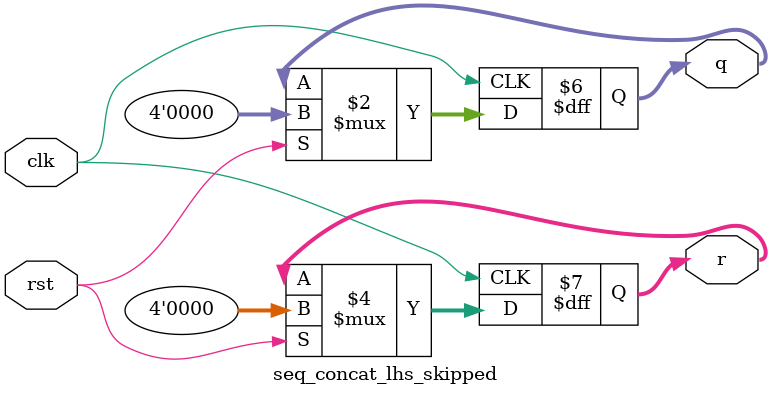
<source format=sv>
module seq_concat_lhs_skipped(
  input logic clk,
  input logic rst,
  output logic [3:0] q,
  output logic [3:0] r
);
  // Unsupported extraction case: concatenation LHS cannot be resolved to a single net.
  always_ff @(posedge clk)
    if (rst) {q, r} <= 8'h00;
endmodule

</source>
